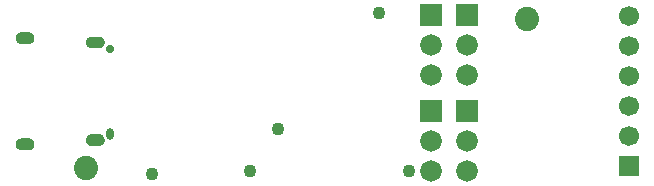
<source format=gbs>
G04*
G04 #@! TF.GenerationSoftware,Altium Limited,Altium Designer,24.9.1 (31)*
G04*
G04 Layer_Color=16711935*
%FSLAX44Y44*%
%MOMM*%
G71*
G04*
G04 #@! TF.SameCoordinates,22B4A0D8-32B4-4856-A8F8-6707C093DBDE*
G04*
G04*
G04 #@! TF.FilePolarity,Negative*
G04*
G01*
G75*
%ADD41O,1.5000X0.9000*%
%ADD42O,0.7008X1.0008*%
%ADD43C,0.7008*%
%ADD44C,1.7008*%
%ADD45R,1.7008X1.7008*%
%ADD46C,1.8288*%
%ADD47R,1.8288X1.8288*%
%ADD48C,2.0508*%
%ADD68C,1.1016*%
G36*
X298893Y739838D02*
X298873Y739577D01*
X298838Y739318D01*
X298791Y739060D01*
X298730Y738806D01*
X298655Y738555D01*
X298568Y738308D01*
X298468Y738066D01*
X298355Y737830D01*
X298230Y737600D01*
X298093Y737377D01*
X297945Y737161D01*
X297786Y736953D01*
X297616Y736754D01*
X297435Y736564D01*
X297246Y736384D01*
X297047Y736214D01*
X296839Y736055D01*
X296623Y735907D01*
X296400Y735770D01*
X296170Y735645D01*
X295934Y735532D01*
X295692Y735432D01*
X295445Y735345D01*
X295194Y735270D01*
X294940Y735209D01*
X294682Y735162D01*
X294423Y735127D01*
X294162Y735107D01*
X293900Y735100D01*
X287900D01*
X287638Y735107D01*
X287377Y735127D01*
X287118Y735162D01*
X286861Y735209D01*
X286606Y735270D01*
X286355Y735345D01*
X286108Y735432D01*
X285866Y735532D01*
X285630Y735645D01*
X285400Y735770D01*
X285177Y735907D01*
X284961Y736055D01*
X284753Y736214D01*
X284554Y736384D01*
X284364Y736564D01*
X284184Y736754D01*
X284014Y736953D01*
X283855Y737161D01*
X283707Y737377D01*
X283570Y737600D01*
X283445Y737830D01*
X283332Y738066D01*
X283232Y738308D01*
X283145Y738555D01*
X283070Y738806D01*
X283009Y739060D01*
X282962Y739318D01*
X282927Y739577D01*
X282907Y739838D01*
X282900Y740100D01*
X282907Y740362D01*
X282927Y740623D01*
X282962Y740882D01*
X283009Y741140D01*
X283070Y741394D01*
X283145Y741645D01*
X283232Y741892D01*
X283332Y742134D01*
X283445Y742370D01*
X283570Y742600D01*
X283707Y742823D01*
X283855Y743039D01*
X284014Y743247D01*
X284184Y743446D01*
X284364Y743635D01*
X284554Y743816D01*
X284753Y743986D01*
X284961Y744145D01*
X285177Y744293D01*
X285400Y744430D01*
X285630Y744555D01*
X285866Y744668D01*
X286108Y744768D01*
X286355Y744855D01*
X286606Y744930D01*
X286861Y744991D01*
X287118Y745038D01*
X287377Y745073D01*
X287638Y745093D01*
X287900Y745100D01*
X293900D01*
X294162Y745093D01*
X294423Y745073D01*
X294682Y745038D01*
X294940Y744991D01*
X295194Y744930D01*
X295445Y744855D01*
X295692Y744768D01*
X295934Y744668D01*
X296170Y744555D01*
X296400Y744430D01*
X296623Y744293D01*
X296839Y744145D01*
X297047Y743986D01*
X297246Y743816D01*
X297435Y743635D01*
X297616Y743446D01*
X297786Y743247D01*
X297945Y743039D01*
X298093Y742823D01*
X298230Y742600D01*
X298355Y742370D01*
X298468Y742134D01*
X298568Y741892D01*
X298655Y741645D01*
X298730Y741394D01*
X298791Y741140D01*
X298838Y740882D01*
X298873Y740623D01*
X298893Y740362D01*
X298900Y740100D01*
X298893Y739838D01*
D02*
G37*
G36*
X358393Y743438D02*
X358373Y743177D01*
X358339Y742918D01*
X358291Y742660D01*
X358230Y742406D01*
X358155Y742155D01*
X358068Y741908D01*
X357968Y741666D01*
X357855Y741430D01*
X357730Y741200D01*
X357593Y740977D01*
X357445Y740761D01*
X357286Y740553D01*
X357116Y740354D01*
X356936Y740164D01*
X356746Y739984D01*
X356547Y739814D01*
X356339Y739655D01*
X356123Y739507D01*
X355900Y739370D01*
X355670Y739245D01*
X355434Y739132D01*
X355192Y739032D01*
X354945Y738945D01*
X354694Y738870D01*
X354440Y738809D01*
X354182Y738762D01*
X353923Y738727D01*
X353662Y738707D01*
X353400Y738700D01*
X347400D01*
X347138Y738707D01*
X346877Y738727D01*
X346618Y738762D01*
X346360Y738809D01*
X346106Y738870D01*
X345855Y738945D01*
X345608Y739032D01*
X345366Y739132D01*
X345130Y739245D01*
X344900Y739370D01*
X344677Y739507D01*
X344461Y739655D01*
X344253Y739814D01*
X344054Y739984D01*
X343865Y740164D01*
X343684Y740354D01*
X343514Y740553D01*
X343355Y740761D01*
X343207Y740977D01*
X343070Y741200D01*
X342945Y741430D01*
X342832Y741666D01*
X342732Y741908D01*
X342645Y742155D01*
X342570Y742406D01*
X342509Y742660D01*
X342462Y742918D01*
X342427Y743177D01*
X342407Y743438D01*
X342400Y743700D01*
X342407Y743962D01*
X342427Y744223D01*
X342462Y744482D01*
X342509Y744740D01*
X342570Y744994D01*
X342645Y745245D01*
X342732Y745492D01*
X342832Y745734D01*
X342945Y745970D01*
X343070Y746200D01*
X343207Y746423D01*
X343355Y746639D01*
X343514Y746847D01*
X343684Y747046D01*
X343865Y747235D01*
X344054Y747416D01*
X344253Y747586D01*
X344461Y747745D01*
X344677Y747893D01*
X344900Y748030D01*
X345130Y748155D01*
X345366Y748268D01*
X345608Y748368D01*
X345855Y748455D01*
X346106Y748530D01*
X346360Y748591D01*
X346618Y748638D01*
X346877Y748672D01*
X347138Y748693D01*
X347400Y748700D01*
X353400D01*
X353662Y748693D01*
X353923Y748672D01*
X354182Y748638D01*
X354440Y748591D01*
X354694Y748530D01*
X354945Y748455D01*
X355192Y748368D01*
X355434Y748268D01*
X355670Y748155D01*
X355900Y748030D01*
X356123Y747893D01*
X356339Y747745D01*
X356547Y747586D01*
X356746Y747416D01*
X356936Y747235D01*
X357116Y747046D01*
X357286Y746847D01*
X357445Y746639D01*
X357593Y746423D01*
X357730Y746200D01*
X357855Y745970D01*
X357968Y745734D01*
X358068Y745492D01*
X358155Y745245D01*
X358230Y744994D01*
X358291Y744740D01*
X358339Y744482D01*
X358373Y744223D01*
X358393Y743962D01*
X358400Y743700D01*
X358393Y743438D01*
D02*
G37*
G36*
X298893Y829638D02*
X298873Y829377D01*
X298838Y829118D01*
X298791Y828860D01*
X298730Y828606D01*
X298655Y828355D01*
X298568Y828108D01*
X298468Y827866D01*
X298355Y827630D01*
X298230Y827400D01*
X298093Y827177D01*
X297945Y826961D01*
X297786Y826753D01*
X297616Y826554D01*
X297435Y826364D01*
X297246Y826184D01*
X297047Y826014D01*
X296839Y825855D01*
X296623Y825707D01*
X296400Y825570D01*
X296170Y825445D01*
X295934Y825332D01*
X295692Y825232D01*
X295445Y825145D01*
X295194Y825070D01*
X294940Y825009D01*
X294682Y824961D01*
X294423Y824927D01*
X294162Y824907D01*
X293900Y824900D01*
X287900D01*
X287638Y824907D01*
X287377Y824927D01*
X287118Y824961D01*
X286861Y825009D01*
X286606Y825070D01*
X286355Y825145D01*
X286108Y825232D01*
X285866Y825332D01*
X285630Y825445D01*
X285400Y825570D01*
X285177Y825707D01*
X284961Y825855D01*
X284753Y826014D01*
X284554Y826184D01*
X284364Y826364D01*
X284184Y826554D01*
X284014Y826753D01*
X283855Y826961D01*
X283707Y827177D01*
X283570Y827400D01*
X283445Y827630D01*
X283332Y827866D01*
X283232Y828108D01*
X283145Y828355D01*
X283070Y828606D01*
X283009Y828860D01*
X282962Y829118D01*
X282927Y829377D01*
X282907Y829638D01*
X282900Y829900D01*
X282907Y830162D01*
X282927Y830423D01*
X282962Y830682D01*
X283009Y830939D01*
X283070Y831194D01*
X283145Y831445D01*
X283232Y831692D01*
X283332Y831934D01*
X283445Y832170D01*
X283570Y832400D01*
X283707Y832623D01*
X283855Y832839D01*
X284014Y833047D01*
X284184Y833246D01*
X284364Y833436D01*
X284554Y833616D01*
X284753Y833786D01*
X284961Y833945D01*
X285177Y834093D01*
X285400Y834230D01*
X285630Y834355D01*
X285866Y834468D01*
X286108Y834568D01*
X286355Y834655D01*
X286606Y834730D01*
X286861Y834791D01*
X287118Y834838D01*
X287377Y834873D01*
X287638Y834893D01*
X287900Y834900D01*
X293900D01*
X294162Y834893D01*
X294423Y834873D01*
X294682Y834838D01*
X294940Y834791D01*
X295194Y834730D01*
X295445Y834655D01*
X295692Y834568D01*
X295934Y834468D01*
X296170Y834355D01*
X296400Y834230D01*
X296623Y834093D01*
X296839Y833945D01*
X297047Y833786D01*
X297246Y833616D01*
X297435Y833436D01*
X297616Y833246D01*
X297786Y833047D01*
X297945Y832839D01*
X298093Y832623D01*
X298230Y832400D01*
X298355Y832170D01*
X298468Y831934D01*
X298568Y831692D01*
X298655Y831445D01*
X298730Y831194D01*
X298791Y830939D01*
X298838Y830682D01*
X298873Y830423D01*
X298893Y830162D01*
X298900Y829900D01*
X298893Y829638D01*
D02*
G37*
G36*
X358393Y826038D02*
X358373Y825777D01*
X358339Y825518D01*
X358291Y825260D01*
X358230Y825006D01*
X358155Y824755D01*
X358068Y824508D01*
X357968Y824266D01*
X357855Y824030D01*
X357730Y823800D01*
X357593Y823577D01*
X357445Y823361D01*
X357286Y823153D01*
X357116Y822954D01*
X356936Y822764D01*
X356746Y822584D01*
X356547Y822414D01*
X356339Y822255D01*
X356123Y822107D01*
X355900Y821970D01*
X355670Y821845D01*
X355434Y821732D01*
X355192Y821632D01*
X354945Y821545D01*
X354694Y821470D01*
X354440Y821409D01*
X354182Y821361D01*
X353923Y821327D01*
X353662Y821307D01*
X353400Y821300D01*
X347400D01*
X347138Y821307D01*
X346877Y821327D01*
X346618Y821361D01*
X346360Y821409D01*
X346106Y821470D01*
X345855Y821545D01*
X345608Y821632D01*
X345366Y821732D01*
X345130Y821845D01*
X344900Y821970D01*
X344677Y822107D01*
X344461Y822255D01*
X344253Y822414D01*
X344054Y822584D01*
X343865Y822764D01*
X343684Y822954D01*
X343514Y823153D01*
X343355Y823361D01*
X343207Y823577D01*
X343070Y823800D01*
X342945Y824030D01*
X342832Y824266D01*
X342732Y824508D01*
X342645Y824755D01*
X342570Y825006D01*
X342509Y825260D01*
X342462Y825518D01*
X342427Y825777D01*
X342407Y826038D01*
X342400Y826300D01*
X342407Y826562D01*
X342427Y826823D01*
X342462Y827082D01*
X342509Y827339D01*
X342570Y827594D01*
X342645Y827845D01*
X342732Y828092D01*
X342832Y828334D01*
X342945Y828570D01*
X343070Y828800D01*
X343207Y829023D01*
X343355Y829239D01*
X343514Y829447D01*
X343684Y829646D01*
X343865Y829836D01*
X344054Y830016D01*
X344253Y830186D01*
X344461Y830345D01*
X344677Y830493D01*
X344900Y830630D01*
X345130Y830755D01*
X345366Y830868D01*
X345608Y830968D01*
X345855Y831055D01*
X346106Y831130D01*
X346360Y831191D01*
X346618Y831238D01*
X346877Y831273D01*
X347138Y831293D01*
X347400Y831300D01*
X353400D01*
X353662Y831293D01*
X353923Y831273D01*
X354182Y831238D01*
X354440Y831191D01*
X354694Y831130D01*
X354945Y831055D01*
X355192Y830968D01*
X355434Y830868D01*
X355670Y830755D01*
X355900Y830630D01*
X356123Y830493D01*
X356339Y830345D01*
X356547Y830186D01*
X356746Y830016D01*
X356936Y829836D01*
X357116Y829646D01*
X357286Y829447D01*
X357445Y829239D01*
X357593Y829023D01*
X357730Y828800D01*
X357855Y828570D01*
X357968Y828334D01*
X358068Y828092D01*
X358155Y827845D01*
X358230Y827594D01*
X358291Y827339D01*
X358339Y827082D01*
X358373Y826823D01*
X358393Y826562D01*
X358400Y826300D01*
X358393Y826038D01*
D02*
G37*
D41*
X290900Y740100D02*
D03*
Y829900D02*
D03*
X350400Y826300D02*
D03*
Y743700D02*
D03*
D42*
X362900Y749000D02*
D03*
D43*
Y821000D02*
D03*
D44*
X802160Y823100D02*
D03*
Y797700D02*
D03*
Y772300D02*
D03*
Y746900D02*
D03*
Y848500D02*
D03*
D45*
Y721500D02*
D03*
D46*
X634520Y824370D02*
D03*
X665000Y743090D02*
D03*
Y717690D02*
D03*
X634520Y798970D02*
D03*
X665000Y824370D02*
D03*
Y798970D02*
D03*
X634520Y743090D02*
D03*
Y717690D02*
D03*
D47*
X665000Y768490D02*
D03*
X634520Y849770D02*
D03*
X665000D02*
D03*
X634520Y768490D02*
D03*
D48*
X715800Y845960D02*
D03*
X342500Y720000D02*
D03*
D68*
X398780Y715010D02*
D03*
X590550Y850900D02*
D03*
X481330Y717550D02*
D03*
X615950D02*
D03*
X505460Y753110D02*
D03*
M02*

</source>
